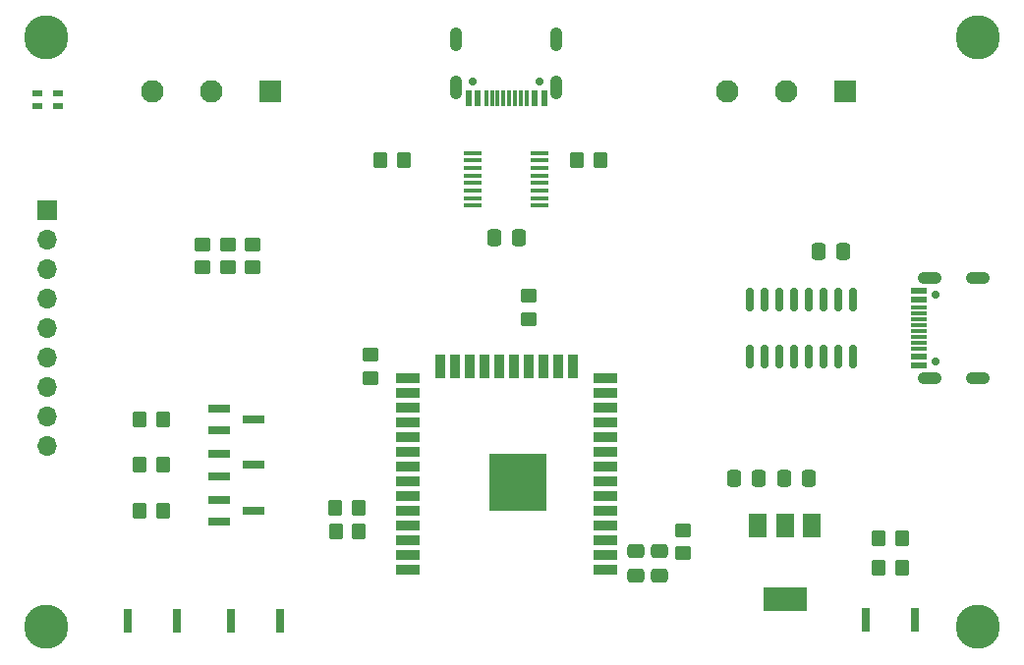
<source format=gts>
%TF.GenerationSoftware,KiCad,Pcbnew,(6.0.1)*%
%TF.CreationDate,2022-03-17T16:13:42+01:00*%
%TF.ProjectId,Control,436f6e74-726f-46c2-9e6b-696361645f70,v01*%
%TF.SameCoordinates,Original*%
%TF.FileFunction,Soldermask,Top*%
%TF.FilePolarity,Negative*%
%FSLAX46Y46*%
G04 Gerber Fmt 4.6, Leading zero omitted, Abs format (unit mm)*
G04 Created by KiCad (PCBNEW (6.0.1)) date 2022-03-17 16:13:42*
%MOMM*%
%LPD*%
G01*
G04 APERTURE LIST*
G04 Aperture macros list*
%AMRoundRect*
0 Rectangle with rounded corners*
0 $1 Rounding radius*
0 $2 $3 $4 $5 $6 $7 $8 $9 X,Y pos of 4 corners*
0 Add a 4 corners polygon primitive as box body*
4,1,4,$2,$3,$4,$5,$6,$7,$8,$9,$2,$3,0*
0 Add four circle primitives for the rounded corners*
1,1,$1+$1,$2,$3*
1,1,$1+$1,$4,$5*
1,1,$1+$1,$6,$7*
1,1,$1+$1,$8,$9*
0 Add four rect primitives between the rounded corners*
20,1,$1+$1,$2,$3,$4,$5,0*
20,1,$1+$1,$4,$5,$6,$7,0*
20,1,$1+$1,$6,$7,$8,$9,0*
20,1,$1+$1,$8,$9,$2,$3,0*%
G04 Aperture macros list end*
%ADD10C,0.700000*%
%ADD11R,1.450000X0.600000*%
%ADD12R,1.450000X0.300000*%
%ADD13O,2.100000X1.050000*%
%ADD14RoundRect,0.249999X-0.350001X-0.450001X0.350001X-0.450001X0.350001X0.450001X-0.350001X0.450001X0*%
%ADD15R,1.900000X0.800000*%
%ADD16RoundRect,0.249999X0.350001X0.450001X-0.350001X0.450001X-0.350001X-0.450001X0.350001X-0.450001X0*%
%ADD17R,0.800000X2.000000*%
%ADD18R,0.600000X1.450000*%
%ADD19R,0.300000X1.450000*%
%ADD20O,1.050000X2.100000*%
%ADD21RoundRect,0.150000X-0.150000X0.825000X-0.150000X-0.825000X0.150000X-0.825000X0.150000X0.825000X0*%
%ADD22R,1.950000X1.950000*%
%ADD23C,1.950000*%
%ADD24RoundRect,0.249999X-0.450001X0.350001X-0.450001X-0.350001X0.450001X-0.350001X0.450001X0.350001X0*%
%ADD25RoundRect,0.250000X-0.475000X0.337500X-0.475000X-0.337500X0.475000X-0.337500X0.475000X0.337500X0*%
%ADD26RoundRect,0.250000X0.350000X0.450000X-0.350000X0.450000X-0.350000X-0.450000X0.350000X-0.450000X0*%
%ADD27R,2.000000X0.900000*%
%ADD28R,0.900000X2.000000*%
%ADD29R,5.000000X5.000000*%
%ADD30RoundRect,0.250000X-0.450000X0.350000X-0.450000X-0.350000X0.450000X-0.350000X0.450000X0.350000X0*%
%ADD31R,1.500000X2.000000*%
%ADD32R,3.800000X2.000000*%
%ADD33C,3.800000*%
%ADD34R,1.570000X0.410000*%
%ADD35RoundRect,0.250000X0.337500X0.475000X-0.337500X0.475000X-0.337500X-0.475000X0.337500X-0.475000X0*%
%ADD36RoundRect,0.250000X-0.337500X-0.475000X0.337500X-0.475000X0.337500X0.475000X-0.337500X0.475000X0*%
%ADD37R,0.850000X0.550000*%
%ADD38R,1.700000X1.700000*%
%ADD39O,1.700000X1.700000*%
%ADD40RoundRect,0.250000X-0.350000X-0.450000X0.350000X-0.450000X0.350000X0.450000X-0.350000X0.450000X0*%
G04 APERTURE END LIST*
D10*
%TO.C,J7*%
X184310000Y-104617000D03*
X184310000Y-98837000D03*
D11*
X182865000Y-104977000D03*
X182865000Y-104177000D03*
D12*
X182865000Y-102977000D03*
X182865000Y-101977000D03*
X182865000Y-101477000D03*
X182865000Y-100477000D03*
D11*
X182865000Y-98477000D03*
X182865000Y-99277000D03*
D12*
X182865000Y-99977000D03*
X182865000Y-100977000D03*
X182865000Y-102477000D03*
X182865000Y-103477000D03*
D13*
X183780000Y-106047000D03*
X183780000Y-97407000D03*
X187960000Y-106047000D03*
X187960000Y-97407000D03*
%TD*%
D14*
%TO.C,R4*%
X179399000Y-119888000D03*
X181399000Y-119888000D03*
%TD*%
D15*
%TO.C,Q1*%
X122579000Y-116525000D03*
X122579000Y-118425000D03*
X125579000Y-117475000D03*
%TD*%
D16*
%TO.C,R3*%
X117713000Y-117475000D03*
X115713000Y-117475000D03*
%TD*%
D14*
%TO.C,R5*%
X179399000Y-122428000D03*
X181399000Y-122428000D03*
%TD*%
D17*
%TO.C,SW1*%
X178299000Y-126873000D03*
X182499000Y-126873000D03*
%TD*%
%TO.C,SW2*%
X114740000Y-127000000D03*
X118940000Y-127000000D03*
%TD*%
D10*
%TO.C,J8*%
X144430000Y-80485000D03*
X150210000Y-80485000D03*
D18*
X150570000Y-81930000D03*
X149770000Y-81930000D03*
D19*
X148570000Y-81930000D03*
X147570000Y-81930000D03*
X147070000Y-81930000D03*
X146070000Y-81930000D03*
D18*
X144070000Y-81930000D03*
X144870000Y-81930000D03*
D19*
X145570000Y-81930000D03*
X146570000Y-81930000D03*
X148070000Y-81930000D03*
X149070000Y-81930000D03*
D20*
X151640000Y-81015000D03*
X143000000Y-81015000D03*
X151640000Y-76835000D03*
X143000000Y-76835000D03*
%TD*%
D21*
%TO.C,U4*%
X177165000Y-99252000D03*
X175895000Y-99252000D03*
X174625000Y-99252000D03*
X173355000Y-99252000D03*
X172085000Y-99252000D03*
X170815000Y-99252000D03*
X169545000Y-99252000D03*
X168275000Y-99252000D03*
X168275000Y-104202000D03*
X169545000Y-104202000D03*
X170815000Y-104202000D03*
X172085000Y-104202000D03*
X173355000Y-104202000D03*
X174625000Y-104202000D03*
X175895000Y-104202000D03*
X177165000Y-104202000D03*
%TD*%
D14*
%TO.C,R11*%
X132604000Y-117221000D03*
X134604000Y-117221000D03*
%TD*%
D22*
%TO.C,J2*%
X127000000Y-81325500D03*
D23*
X121920000Y-81325500D03*
X116840000Y-81325500D03*
%TD*%
D24*
%TO.C,R2*%
X162560000Y-119142000D03*
X162560000Y-121142000D03*
%TD*%
D22*
%TO.C,J1*%
X176530000Y-81325500D03*
D23*
X171450000Y-81325500D03*
X166370000Y-81325500D03*
%TD*%
D25*
%TO.C,C2*%
X160528000Y-120962500D03*
X160528000Y-123037500D03*
%TD*%
D26*
%TO.C,R7*%
X155432000Y-87249000D03*
X153432000Y-87249000D03*
%TD*%
D27*
%TO.C,U1*%
X155820000Y-122555000D03*
X155820000Y-121285000D03*
X155820000Y-120015000D03*
X155820000Y-118745000D03*
X155820000Y-117475000D03*
X155820000Y-116205000D03*
X155820000Y-114935000D03*
X155820000Y-113665000D03*
X155820000Y-112395000D03*
X155820000Y-111125000D03*
X155820000Y-109855000D03*
X155820000Y-108585000D03*
X155820000Y-107315000D03*
X155820000Y-106045000D03*
D28*
X153035000Y-105045000D03*
X151765000Y-105045000D03*
X150495000Y-105045000D03*
X149225000Y-105045000D03*
X147955000Y-105045000D03*
X146685000Y-105045000D03*
X145415000Y-105045000D03*
X144145000Y-105045000D03*
X142875000Y-105045000D03*
X141605000Y-105045000D03*
D27*
X138820000Y-106045000D03*
X138820000Y-107315000D03*
X138820000Y-108585000D03*
X138820000Y-109855000D03*
X138820000Y-111125000D03*
X138820000Y-112395000D03*
X138820000Y-113665000D03*
X138820000Y-114935000D03*
X138820000Y-116205000D03*
X138820000Y-117475000D03*
X138820000Y-118745000D03*
X138820000Y-120015000D03*
X138820000Y-121285000D03*
X138820000Y-122555000D03*
D29*
X148320000Y-115055000D03*
%TD*%
D30*
%TO.C,R14*%
X121158000Y-94504000D03*
X121158000Y-96504000D03*
%TD*%
D31*
%TO.C,U5*%
X173601500Y-118770000D03*
X171301500Y-118770000D03*
X169001500Y-118770000D03*
D32*
X171301500Y-125070000D03*
%TD*%
D33*
%TO.C,*%
X107696000Y-127508000D03*
%TD*%
D30*
%TO.C,R15*%
X149225000Y-98949000D03*
X149225000Y-100949000D03*
%TD*%
D34*
%TO.C,U2*%
X144450000Y-86625000D03*
X144450000Y-87275000D03*
X144450000Y-87925000D03*
X144450000Y-88575000D03*
X144450000Y-89225000D03*
X144450000Y-89875000D03*
X144450000Y-90525000D03*
X144450000Y-91175000D03*
X150190000Y-91175000D03*
X150190000Y-90525000D03*
X150190000Y-89875000D03*
X150190000Y-89225000D03*
X150190000Y-88575000D03*
X150190000Y-87925000D03*
X150190000Y-87275000D03*
X150190000Y-86625000D03*
%TD*%
D35*
%TO.C,C10*%
X169037000Y-114681000D03*
X166962000Y-114681000D03*
%TD*%
D26*
%TO.C,R12*%
X117713000Y-113538000D03*
X115713000Y-113538000D03*
%TD*%
D25*
%TO.C,C7*%
X158496000Y-120962500D03*
X158496000Y-123037500D03*
%TD*%
D30*
%TO.C,R13*%
X135636000Y-104029000D03*
X135636000Y-106029000D03*
%TD*%
D35*
%TO.C,C3*%
X148357500Y-93980000D03*
X146282500Y-93980000D03*
%TD*%
D36*
%TO.C,C11*%
X171280000Y-114681000D03*
X173355000Y-114681000D03*
%TD*%
D37*
%TO.C,D1*%
X106948000Y-81517000D03*
X108698000Y-81517000D03*
X108698000Y-82567000D03*
X106948000Y-82567000D03*
%TD*%
D38*
%TO.C,J3*%
X107721000Y-91577000D03*
D39*
X107721000Y-94117000D03*
X107721000Y-96657000D03*
X107721000Y-99197000D03*
X107721000Y-101737000D03*
X107721000Y-104277000D03*
X107721000Y-106817000D03*
X107721000Y-109357000D03*
X107721000Y-111897000D03*
%TD*%
D36*
%TO.C,C4*%
X174222500Y-95123000D03*
X176297500Y-95123000D03*
%TD*%
D15*
%TO.C,Q3*%
X122579000Y-108651000D03*
X122579000Y-110551000D03*
X125579000Y-109601000D03*
%TD*%
%TO.C,Q2*%
X122579000Y-112588000D03*
X122579000Y-114488000D03*
X125579000Y-113538000D03*
%TD*%
D40*
%TO.C,R16*%
X132620000Y-119253000D03*
X134620000Y-119253000D03*
%TD*%
D33*
%TO.C,*%
X187960000Y-76708000D03*
%TD*%
D30*
%TO.C,R6*%
X123317000Y-94504000D03*
X123317000Y-96504000D03*
%TD*%
D26*
%TO.C,R9*%
X138500000Y-87250000D03*
X136500000Y-87250000D03*
%TD*%
D30*
%TO.C,R1*%
X125476000Y-94504000D03*
X125476000Y-96504000D03*
%TD*%
D40*
%TO.C,R8*%
X115713000Y-109601000D03*
X117713000Y-109601000D03*
%TD*%
D33*
%TO.C,REF\u002A\u002A*%
X107696000Y-76708000D03*
%TD*%
%TO.C,*%
X187960000Y-127508000D03*
%TD*%
D17*
%TO.C,SW3*%
X127830000Y-127000000D03*
X123630000Y-127000000D03*
%TD*%
M02*

</source>
